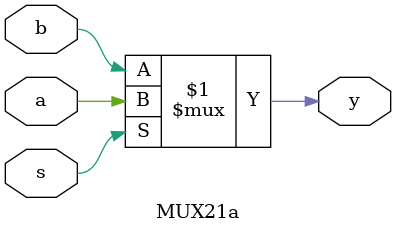
<source format=v>
`timescale 1ns / 1ps
module MUX21a(a,b,s,y);
	input a,b,s;
	output y;
	assign y = (s ? a : b);

endmodule

</source>
